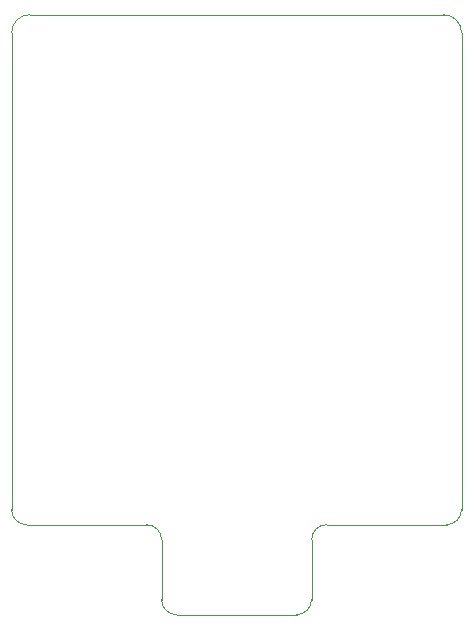
<source format=gbr>
%TF.GenerationSoftware,KiCad,Pcbnew,8.0.0*%
%TF.CreationDate,2024-05-19T21:12:01-04:00*%
%TF.ProjectId,nrf52-module-usb-carrier-hw,6e726635-322d-46d6-9f64-756c652d7573,rev?*%
%TF.SameCoordinates,PX5544200PY68a5100*%
%TF.FileFunction,Profile,NP*%
%FSLAX46Y46*%
G04 Gerber Fmt 4.6, Leading zero omitted, Abs format (unit mm)*
G04 Created by KiCad (PCBNEW 8.0.0) date 2024-05-19 21:12:01*
%MOMM*%
%LPD*%
G01*
G04 APERTURE LIST*
%TA.AperFunction,Profile*%
%ADD10C,0.050000*%
%TD*%
G04 APERTURE END LIST*
D10*
X0Y49276000D02*
G75*
G02*
X1524000Y50800000I1524000J0D01*
G01*
X0Y49276000D02*
X0Y8890000D01*
X1270000Y7620000D02*
X11430000Y7620000D01*
X11430000Y7620000D02*
G75*
G02*
X12700000Y6350000I0J-1270000D01*
G01*
X38100000Y8890000D02*
G75*
G02*
X36830000Y7620000I-1270000J0D01*
G01*
X38100000Y8890000D02*
X38099998Y49276000D01*
X12700000Y6350000D02*
X12700000Y1270000D01*
X1524000Y50800000D02*
X36575998Y50800000D01*
X26670002Y7620000D02*
X36830000Y7620000D01*
X13970000Y0D02*
X24130000Y0D01*
X25400000Y1270000D02*
G75*
G02*
X24130000Y0I-1270000J0D01*
G01*
X36575998Y50800000D02*
G75*
G02*
X38100000Y49276000I2J-1524000D01*
G01*
X25400000Y1270000D02*
X25400002Y6350000D01*
X1270000Y7620000D02*
G75*
G02*
X0Y8890000I0J1270000D01*
G01*
X25400002Y6350000D02*
G75*
G02*
X26670002Y7619998I1269998J0D01*
G01*
X13970000Y0D02*
G75*
G02*
X12700000Y1270000I0J1270000D01*
G01*
M02*

</source>
